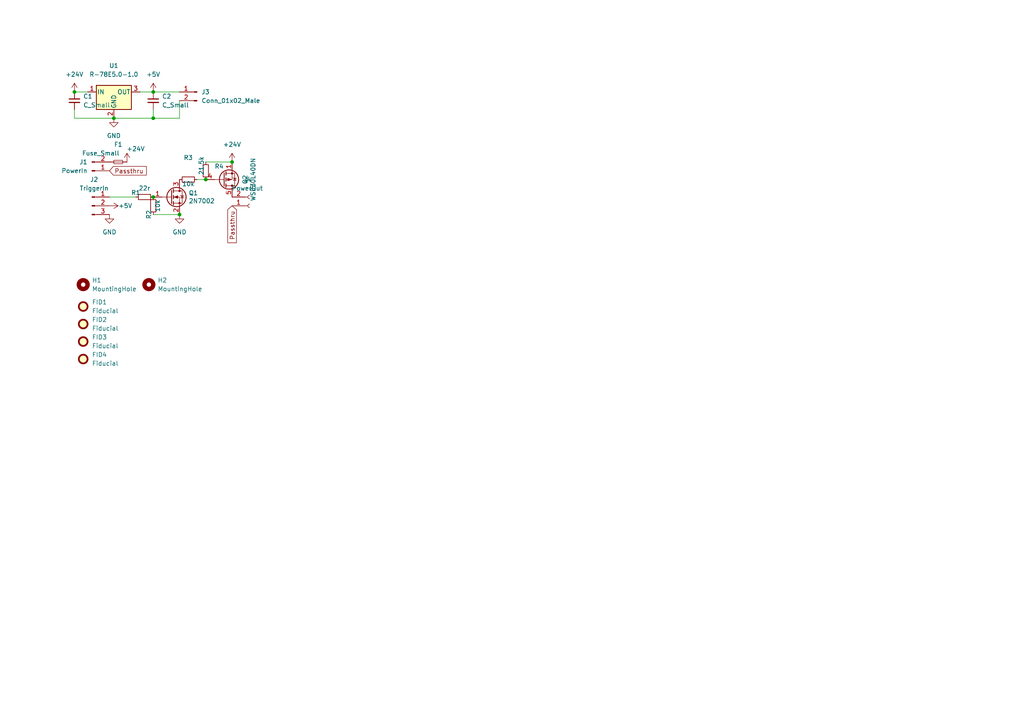
<source format=kicad_sch>
(kicad_sch (version 20211123) (generator eeschema)
  (paper "A4")
  (lib_symbols
    (symbol "Connector:Conn_01x02_Female" (pin_names (offset 1.016) hide)
      (property "Reference" "J" (at 0 2.54 0))
      (property "Value" "Conn_01x02_Female" (at 0 -5.08 0))
      (symbol "Conn_01x02_Female_1_1"
        (arc (start 0 -2.032) (mid -0.508 -2.54) (end 0 -3.048) (stroke (width 0.1524)))
        (polyline (pts (xy -1.27 -2.54) (xy -0.508 -2.54)) (stroke (width 0.1524)))
        (polyline (pts (xy -1.27 0) (xy -0.508 0)) (stroke (width 0.1524)))
        (arc (start 0 0.508) (mid -0.508 0) (end 0 -0.508) (stroke (width 0.1524)))
        (pin passive line (at -5.08 0 0) (length 3.81) (name "Pin_1") (number "1"))
        (pin passive line (at -5.08 -2.54 0) (length 3.81) (name "Pin_2") (number "2"))
      )
    )
    (symbol "Connector:Conn_01x02_Male" (pin_names (offset 1.016) hide)
      (property "Reference" "J" (at 0 2.54 0))
      (property "Value" "Conn_01x02_Male" (at 0 -5.08 0))
      (symbol "Conn_01x02_Male_1_1"
        (polyline (pts (xy 1.27 -2.54) (xy 0.8636 -2.54)) (stroke (width 0.1524)))
        (polyline (pts (xy 1.27 0) (xy 0.8636 0)) (stroke (width 0.1524)))
        (rectangle (start 0.8636 -2.413) (end 0 -2.667) (stroke (width 0.1524)) (fill (type outline)))
        (rectangle (start 0.8636 0.127) (end 0 -0.127) (stroke (width 0.1524)) (fill (type outline)))
        (pin passive line (at 5.08 0 180) (length 3.81) (name "Pin_1") (number "1"))
        (pin passive line (at 5.08 -2.54 180) (length 3.81) (name "Pin_2") (number "2"))
      )
    )
    (symbol "Connector:Conn_01x03_Male" (pin_names (offset 1.016) hide)
      (property "Reference" "J" (at 0 5.08 0))
      (property "Value" "Conn_01x03_Male" (at 0 -5.08 0))
      (symbol "Conn_01x03_Male_1_1"
        (polyline (pts (xy 1.27 -2.54) (xy 0.8636 -2.54)) (stroke (width 0.1524)))
        (polyline (pts (xy 1.27 0) (xy 0.8636 0)) (stroke (width 0.1524)))
        (polyline (pts (xy 1.27 2.54) (xy 0.8636 2.54)) (stroke (width 0.1524)))
        (rectangle (start 0.8636 -2.413) (end 0 -2.667) (stroke (width 0.1524)) (fill (type outline)))
        (rectangle (start 0.8636 0.127) (end 0 -0.127) (stroke (width 0.1524)) (fill (type outline)))
        (rectangle (start 0.8636 2.667) (end 0 2.413) (stroke (width 0.1524)) (fill (type outline)))
        (pin passive line (at 5.08 2.54 180) (length 3.81) (name "Pin_1") (number "1"))
        (pin passive line (at 5.08 0 180) (length 3.81) (name "Pin_2") (number "2"))
        (pin passive line (at 5.08 -2.54 180) (length 3.81) (name "Pin_3") (number "3"))
      )
    )
    (symbol "Device:C_Small" (pin_numbers hide) (pin_names (offset 0.254) hide)
      (property "Reference" "C" (at 0.254 1.778 0))
      (property "Value" "C_Small" (at 0.254 -2.032 0))
      (symbol "C_Small_0_1"
        (polyline (pts (xy -1.524 -0.508) (xy 1.524 -0.508)) (stroke (width 0.3302)))
        (polyline (pts (xy -1.524 0.508) (xy 1.524 0.508)) (stroke (width 0.3048)))
      )
      (symbol "C_Small_1_1"
        (pin passive line (at 0 2.54 270) (length 2.032) (name "~") (number "1"))
        (pin passive line (at 0 -2.54 90) (length 2.032) (name "~") (number "2"))
      )
    )
    (symbol "Device:Fuse_Small" (pin_numbers hide) (pin_names (offset 0.254) hide)
      (property "Reference" "F" (at 0 -1.524 0))
      (property "Value" "Fuse_Small" (at 0 1.524 0))
      (symbol "Fuse_Small_0_1"
        (rectangle (start -1.27 0.508) (end 1.27 -0.508))
        (polyline (pts (xy -1.27 0) (xy 1.27 0)))
      )
      (symbol "Fuse_Small_1_1"
        (pin passive line (at -2.54 0 0) (length 1.27) (name "~") (number "1"))
        (pin passive line (at 2.54 0 180) (length 1.27) (name "~") (number "2"))
      )
    )
    (symbol "Device:R_Small" (pin_numbers hide) (pin_names (offset 0.254) hide)
      (property "Reference" "R" (at 0.762 0.508 0))
      (property "Value" "R_Small" (at 0.762 -1.016 0))
      (symbol "R_Small_0_1"
        (rectangle (start -0.762 1.778) (end 0.762 -1.778) (stroke (width 0.2032)))
      )
      (symbol "R_Small_1_1"
        (pin passive line (at 0 2.54 270) (length 0.762) (name "~") (number "1"))
        (pin passive line (at 0 -2.54 90) (length 0.762) (name "~") (number "2"))
      )
    )
    (symbol "Mechanical:Fiducial"
      (property "Reference" "FID" (at 0 5.08 0))
      (property "Value" "Fiducial" (at 0 3.175 0))
      (symbol "Fiducial_0_1"
        (circle (center 0 0) (radius 1.27) (stroke (width 0.508)) (fill (type background)))
      )
    )
    (symbol "Mechanical:MountingHole" (pin_names (offset 1.016))
      (property "Reference" "H" (at 0 5.08 0))
      (property "Value" "MountingHole" (at 0 3.175 0))
      (symbol "MountingHole_0_1"
        (circle (center 0 0) (radius 1.27) (stroke (width 1.27)))
      )
    )
    (symbol "Regulator_Switching:R-78E5.0-1.0" (pin_names (offset 0.254))
      (property "Reference" "U" (at -3.81 3.175 0))
      (property "Value" "R-78E5.0-1.0" (at 0 3.175 0))
      (symbol "R-78E5.0-1.0_0_1"
        (rectangle (start -5.08 1.905) (end 5.08 -5.08) (stroke (width 0.254)) (fill (type background)))
      )
      (symbol "R-78E5.0-1.0_1_1"
        (pin power_in line (at -7.62 0 0) (length 2.54) (name "IN") (number "1"))
        (pin power_in line (at 0 -7.62 90) (length 2.54) (name "GND") (number "2"))
        (pin power_out line (at 7.62 0 180) (length 2.54) (name "OUT") (number "3"))
      )
    )
    (symbol "Transistor_FET:2N7002" (pin_names hide)
      (property "Reference" "Q" (at 5.08 1.905 0))
      (property "Value" "2N7002" (at 5.08 0 0))
      (symbol "2N7002_0_1"
        (polyline (pts (xy 0.254 0) (xy -2.54 0)))
        (polyline (pts (xy 0.254 1.905) (xy 0.254 -1.905)) (stroke (width 0.254)))
        (polyline (pts (xy 0.762 -1.27) (xy 0.762 -2.286)) (stroke (width 0.254)))
        (polyline (pts (xy 0.762 0.508) (xy 0.762 -0.508)) (stroke (width 0.254)))
        (polyline (pts (xy 0.762 2.286) (xy 0.762 1.27)) (stroke (width 0.254)))
        (polyline (pts (xy 2.54 2.54) (xy 2.54 1.778)))
        (polyline (pts (xy 2.54 -2.54) (xy 2.54 0) (xy 0.762 0)))
        (polyline (pts (xy 0.762 -1.778) (xy 3.302 -1.778) (xy 3.302 1.778) (xy 0.762 1.778)))
        (polyline (pts (xy 1.016 0) (xy 2.032 0.381) (xy 2.032 -0.381) (xy 1.016 0)) (fill (type outline)))
        (polyline (pts (xy 2.794 0.508) (xy 2.921 0.381) (xy 3.683 0.381) (xy 3.81 0.254)))
        (polyline (pts (xy 3.302 0.381) (xy 2.921 -0.254) (xy 3.683 -0.254) (xy 3.302 0.381)))
        (circle (center 1.651 0) (radius 2.794) (stroke (width 0.254)))
        (circle (center 2.54 -1.778) (radius 0.254) (fill (type outline)))
        (circle (center 2.54 1.778) (radius 0.254) (fill (type outline)))
      )
      (symbol "2N7002_1_1"
        (pin input line (at -5.08 0 0) (length 2.54) (name "G") (number "1"))
        (pin passive line (at 2.54 -5.08 90) (length 2.54) (name "S") (number "2"))
        (pin passive line (at 2.54 5.08 270) (length 2.54) (name "D") (number "3"))
      )
    )
    (symbol "Transistor_FET:SiS415DNT" (pin_names hide)
      (property "Reference" "Q" (at 5.08 1.905 0))
      (property "Value" "SiS415DNT" (at 5.08 0 0))
      (symbol "SiS415DNT_0_1"
        (polyline (pts (xy 0.254 0) (xy -2.54 0)))
        (polyline (pts (xy 0.254 1.905) (xy 0.254 -1.905)) (stroke (width 0.254)))
        (polyline (pts (xy 0.762 -1.27) (xy 0.762 -2.286)) (stroke (width 0.254)))
        (polyline (pts (xy 0.762 0.508) (xy 0.762 -0.508)) (stroke (width 0.254)))
        (polyline (pts (xy 0.762 2.286) (xy 0.762 1.27)) (stroke (width 0.254)))
        (polyline (pts (xy 2.54 2.54) (xy 2.54 1.778)))
        (polyline (pts (xy 2.54 -2.54) (xy 2.54 0) (xy 0.762 0)))
        (polyline (pts (xy 0.762 1.778) (xy 3.302 1.778) (xy 3.302 -1.778) (xy 0.762 -1.778)))
        (polyline (pts (xy 2.286 0) (xy 1.27 0.381) (xy 1.27 -0.381) (xy 2.286 0)) (fill (type outline)))
        (polyline (pts (xy 2.794 -0.508) (xy 2.921 -0.381) (xy 3.683 -0.381) (xy 3.81 -0.254)))
        (polyline (pts (xy 3.302 -0.381) (xy 2.921 0.254) (xy 3.683 0.254) (xy 3.302 -0.381)))
        (circle (center 1.651 0) (radius 2.794) (stroke (width 0.254)))
        (circle (center 2.54 -1.778) (radius 0.254) (fill (type outline)))
        (circle (center 2.54 1.778) (radius 0.254) (fill (type outline)))
      )
      (symbol "SiS415DNT_1_1"
        (pin passive line (at 2.54 -5.08 90) (length 2.54) (name "S") (number "1"))
        (pin passive line (at 2.54 -5.08 90) (length 2.54) hide (name "S") (number "2"))
        (pin passive line (at 2.54 -5.08 90) (length 2.54) hide (name "S") (number "3"))
        (pin passive line (at -5.08 0 0) (length 2.54) (name "G") (number "4"))
        (pin passive line (at 2.54 5.08 270) (length 2.54) (name "D") (number "5"))
      )
    )
    (symbol "power:+24V" (power) (pin_names (offset 0))
      (property "Value" "+24V" (at 0 3.556 0))
      (symbol "+24V_0_1"
        (polyline (pts (xy -0.762 1.27) (xy 0 2.54)))
        (polyline (pts (xy 0 0) (xy 0 2.54)))
        (polyline (pts (xy 0 2.54) (xy 0.762 1.27)))
      )
      (symbol "+24V_1_1"
        (pin power_in line (at 0 0 90) (length 0) hide (name "+24V") (number "1"))
      )
    )
    (symbol "power:+5V" (power) (pin_names (offset 0))
      (property "Value" "+5V" (at 0 3.556 0))
      (symbol "+5V_0_1"
        (polyline (pts (xy -0.762 1.27) (xy 0 2.54)))
        (polyline (pts (xy 0 0) (xy 0 2.54)))
        (polyline (pts (xy 0 2.54) (xy 0.762 1.27)))
      )
      (symbol "+5V_1_1"
        (pin power_in line (at 0 0 90) (length 0) hide (name "+5V") (number "1"))
      )
    )
    (symbol "power:GND" (power) (pin_names (offset 0))
      (property "Value" "GND" (at 0 -3.81 0))
      (symbol "GND_0_1"
        (polyline (pts (xy 0 0) (xy 0 -1.27) (xy 1.27 -1.27) (xy 0 -2.54) (xy -1.27 -1.27) (xy 0 -1.27)))
      )
      (symbol "GND_1_1"
        (pin power_in line (at 0 0 270) (length 0) hide (name "GND") (number "1"))
      )
    )
  )
  (junction (at 59.69 52.07))
  (junction (at 21.59 26.67))
  (junction (at 52.07 62.23))
  (junction (at 44.45 26.67))
  (junction (at 33.02 34.29))
  (junction (at 44.45 34.29))
  (junction (at 44.45 57.15))
  (junction (at 67.31 46.99))
  (wire (pts (xy 21.59 26.67) (xy 25.4 26.67)))
  (wire (pts (xy 44.45 62.23) (xy 52.07 62.23)))
  (wire (pts (xy 21.59 31.75) (xy 21.59 34.29)))
  (wire (pts (xy 57.15 52.07) (xy 59.69 52.07)))
  (wire (pts (xy 52.07 29.21) (xy 52.07 34.29)))
  (wire (pts (xy 59.69 46.99) (xy 67.31 46.99)))
  (wire (pts (xy 44.45 31.75) (xy 44.45 34.29)))
  (wire (pts (xy 31.75 57.15) (xy 39.37 57.15)))
  (wire (pts (xy 44.45 26.67) (xy 52.07 26.67)))
  (wire (pts (xy 44.45 34.29) (xy 33.02 34.29)))
  (wire (pts (xy 52.07 34.29) (xy 44.45 34.29)))
  (wire (pts (xy 40.64 26.67) (xy 44.45 26.67)))
  (wire (pts (xy 21.59 34.29) (xy 33.02 34.29)))
  (global_label "Passthru" (shape input) (at 67.31 59.69 270) (property "Intersheet References" "${INTERSHEET_REFS}" (effects hide)))
  (global_label "Passthru" (shape input) (at 31.75 49.53 0) (property "Intersheet References" "${INTERSHEET_REFS}" (effects hide)))
  (symbol (lib_id "Device:C_Small") (at 44.45 29.21 0) (unit 1)
    (property "Reference" "C2" (at 46.99 27.9462 0) (effects (justify left)))
    (property "Value" "C_Small" (at 46.99 30.4862 0) (effects (justify left)))
    (property "Footprint" "Capacitor_SMD:C_1206_3216Metric" (effects hide))
  )
  (symbol (lib_id "Device:C_Small") (at 21.59 29.21 0) (unit 1)
    (property "Reference" "C1" (at 24.13 27.9462 0) (effects (justify left)))
    (property "Value" "C_Small" (at 24.13 30.4862 0) (effects (justify left)))
    (property "Footprint" "Capacitor_SMD:C_1206_3216Metric" (effects hide))
  )
  (symbol (lib_id "Device:R_Small") (at 59.69 49.53 180) (unit 1)
    (property "Reference" "R4" (at 62.23 48.2599 0) (effects (justify right)))
    (property "Value" "21.5k" (at 58.42 50.8 90) (effects (justify right)))
    (property "Footprint" "Resistor_SMD:R_0402_1005Metric" (effects hide))
  )
  (symbol (lib_id "Mechanical:Fiducial") (at 24.13 93.98 0) (unit 1)
    (property "Reference" "FID2" (at 26.67 92.7099 0) (effects (justify left)))
    (property "Value" "Fiducial" (at 26.67 95.2499 0) (effects (justify left)))
    (property "Footprint" "Fiducial:Fiducial_0.75mm_Mask1.5mm" (effects hide))
  )
  (symbol (lib_id "Connector:Conn_01x02_Male") (at 26.67 49.53 0) (mirror x) (unit 1)
    (property "Reference" "J1" (at 25.4 46.9899 0) (effects (justify right)))
    (property "Value" "PowerIn" (at 25.4 49.5299 0) (effects (justify right)))
    (property "Footprint" "Connector_AMASS:AMASS_XT30PW-M_1x02_P2.50mm_Horizontal" (effects hide))
  )
  (symbol (lib_id "power:+5V") (at 44.45 26.67 0) (unit 1)
    (property "Reference" "#PWR06" (effects hide))
    (property "Value" "+5V" (at 44.45 21.59 0))
  )
  (symbol (lib_id "Connector:Conn_01x02_Male") (at 57.15 26.67 0) (mirror y) (unit 1)
    (property "Reference" "J3" (at 58.42 26.6699 0) (effects (justify right)))
    (property "Value" "Conn_01x02_Male" (at 58.42 29.2099 0) (effects (justify right)))
    (property "Footprint" "Connector_Molex:Molex_KK-254_AE-6410-02A_1x02_P2.54mm_Vertical" (effects hide))
  )
  (symbol (lib_id "Transistor_FET:2N7002") (at 49.53 57.15 0) (unit 1)
    (property "Reference" "Q1" (at 54.7116 55.9816 0) (effects (justify left)))
    (property "Value" "2N7002" (at 54.7116 58.293 0) (effects (justify left)))
    (property "Footprint" "Package_TO_SOT_SMD:SOT-23" (effects hide))
    (property "Datasheet" "https://www.onsemi.com/pub/Collateral/NDS7002A-D.PDF" (effects hide))
  )
  (symbol (lib_id "Device:R_Small") (at 44.45 59.69 180) (unit 1)
    (property "Reference" "R2" (at 43.18 62.23 90))
    (property "Value" "10k" (at 45.72 59.69 90))
    (property "Footprint" "Resistor_SMD:R_0402_1005Metric" (effects hide))
  )
  (symbol (lib_id "Mechanical:MountingHole") (at 24.13 82.55 0) (unit 1)
    (property "Reference" "H1" (at 26.67 81.2799 0) (effects (justify left)))
    (property "Value" "MountingHole" (at 26.67 83.8199 0) (effects (justify left)))
    (property "Footprint" "MountingHole:MountingHole_2.5mm" (effects hide))
  )
  (symbol (lib_id "Mechanical:Fiducial") (at 24.13 88.9 0) (unit 1)
    (property "Reference" "FID1" (at 26.67 87.6299 0) (effects (justify left)))
    (property "Value" "Fiducial" (at 26.67 90.1699 0) (effects (justify left)))
    (property "Footprint" "Fiducial:Fiducial_0.75mm_Mask1.5mm" (effects hide))
  )
  (symbol (lib_id "power:GND") (at 52.07 62.23 0) (unit 1)
    (property "Reference" "#PWR07" (effects hide))
    (property "Value" "GND" (at 52.07 67.31 0))
  )
  (symbol (lib_id "power:GND") (at 31.75 62.23 0) (unit 1)
    (property "Reference" "#PWR03" (effects hide))
    (property "Value" "GND" (at 31.75 67.31 0))
  )
  (symbol (lib_id "Mechanical:Fiducial") (at 24.13 99.06 0) (unit 1)
    (property "Reference" "FID3" (at 26.67 97.7899 0) (effects (justify left)))
    (property "Value" "Fiducial" (at 26.67 100.3299 0) (effects (justify left)))
    (property "Footprint" "Fiducial:Fiducial_0.75mm_Mask1.5mm" (effects hide))
  )
  (symbol (lib_id "Mechanical:MountingHole") (at 43.18 82.55 0) (unit 1)
    (property "Reference" "H2" (at 45.72 81.2799 0) (effects (justify left)))
    (property "Value" "MountingHole" (at 45.72 83.8199 0) (effects (justify left)))
    (property "Footprint" "MountingHole:MountingHole_2.5mm" (effects hide))
  )
  (symbol (lib_id "Connector:Conn_01x02_Female") (at 72.39 59.69 0) (mirror x) (unit 1)
    (property "Reference" "J4" (at 71.755 52.07 0))
    (property "Value" "PowerOut" (at 71.755 54.61 0))
    (property "Footprint" "Connector_AMASS:AMASS_XT30PW-F_1x02_P2.50mm_Horizontal" (effects hide))
  )
  (symbol (lib_id "power:+24V") (at 21.59 26.67 0) (unit 1)
    (property "Reference" "#PWR01" (effects hide))
    (property "Value" "+24V" (at 21.59 21.59 0))
  )
  (symbol (lib_id "power:+24V") (at 36.83 46.99 0) (unit 1)
    (property "Reference" "#PWR05" (effects hide))
    (property "Value" "+24V" (at 39.37 43.18 0))
  )
  (symbol (lib_id "Connector:Conn_01x03_Male") (at 26.67 59.69 0) (unit 1)
    (property "Reference" "J2" (at 27.305 52.07 0))
    (property "Value" "TriggerIn" (at 27.305 54.61 0))
    (property "Footprint" "Connector_Molex:Molex_KK-254_AE-6410-03A_1x03_P2.54mm_Vertical" (effects hide))
  )
  (symbol (lib_id "power:+5V") (at 31.75 59.69 270) (unit 1)
    (property "Reference" "#PWR02" (effects hide))
    (property "Value" "+5V" (at 34.29 59.69 90) (effects (justify left)))
  )
  (symbol (lib_id "power:+24V") (at 67.31 46.99 0) (unit 1)
    (property "Reference" "#PWR08" (effects hide))
    (property "Value" "+24V" (at 67.31 41.91 0))
  )
  (symbol (lib_id "Device:Fuse_Small") (at 34.29 46.99 0) (unit 1)
    (property "Reference" "F1" (at 34.29 41.91 0))
    (property "Value" "Fuse_Small" (at 29.21 44.45 0))
    (property "Footprint" "Fuse:Fuseholder_Blade_Mini_Keystone_3568" (effects hide))
  )
  (symbol (lib_id "Transistor_FET:SiS415DNT") (at 64.77 52.07 0) (mirror x) (unit 1)
    (property "Reference" "Q2" (at 71.0946 52.07 90))
    (property "Value" "WSD30L40DN" (at 73.406 52.07 90))
    (property "Footprint" "Package_SO:Vishay_PowerPAK_1212-8_Single" (effects hide))
    (property "Datasheet" "https://www.vishay.com/docs/63684/sis415dnt.pdf" (effects hide))
  )
  (symbol (lib_id "Mechanical:Fiducial") (at 24.13 104.14 0) (unit 1)
    (property "Reference" "FID4" (at 26.67 102.8699 0) (effects (justify left)))
    (property "Value" "Fiducial" (at 26.67 105.4099 0) (effects (justify left)))
    (property "Footprint" "Fiducial:Fiducial_0.75mm_Mask1.5mm" (effects hide))
  )
  (symbol (lib_id "Device:R_Small") (at 54.61 52.07 90) (unit 1)
    (property "Reference" "R3" (at 54.61 45.72 90))
    (property "Value" "10k" (at 54.61 53.34 90))
    (property "Footprint" "Resistor_SMD:R_0402_1005Metric" (effects hide))
  )
  (symbol (lib_id "power:GND") (at 33.02 34.29 0) (unit 1)
    (property "Reference" "#PWR04" (effects hide))
    (property "Value" "GND" (at 33.02 39.37 0))
  )
  (symbol (lib_id "Device:R_Small") (at 41.91 57.15 270) (unit 1)
    (property "Reference" "R1" (at 39.37 55.88 90))
    (property "Value" "22r" (at 41.91 54.61 90))
    (property "Footprint" "Resistor_SMD:R_0402_1005Metric" (effects hide))
  )
  (symbol (lib_id "Regulator_Switching:R-78E5.0-1.0") (at 33.02 26.67 0) (unit 1)
    (property "Reference" "U1" (at 33.02 19.05 0))
    (property "Value" "R-78E5.0-1.0" (at 33.02 21.59 0))
    (property "Footprint" "Converter_DCDC:Converter_DCDC_RECOM_R-78E-0.5_THT" (effects hide))
    (property "Datasheet" "https://www.recom-power.com/pdf/Innoline/R-78Exx-1.0.pdf" (effects hide))
  )
)
</source>
